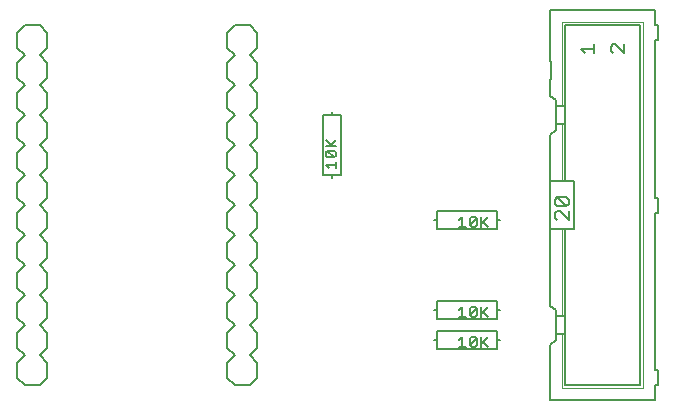
<source format=gto>
G75*
G70*
%OFA0B0*%
%FSLAX24Y24*%
%IPPOS*%
%LPD*%
%AMOC8*
5,1,8,0,0,1.08239X$1,22.5*
%
%ADD10C,0.0060*%
%ADD11C,0.0020*%
%ADD12C,0.0050*%
%ADD13C,0.0080*%
D10*
X012043Y008380D02*
X011930Y008493D01*
X012270Y008493D01*
X012270Y008380D02*
X012270Y008607D01*
X012213Y008748D02*
X011986Y008748D01*
X011930Y008805D01*
X011930Y008918D01*
X011986Y008975D01*
X012213Y008748D01*
X012270Y008805D01*
X012270Y008918D01*
X012213Y008975D01*
X011986Y008975D01*
X011930Y009117D02*
X012270Y009117D01*
X012157Y009117D02*
X011930Y009343D01*
X012100Y009173D02*
X012270Y009343D01*
X016375Y006657D02*
X016488Y006770D01*
X016488Y006430D01*
X016375Y006430D02*
X016602Y006430D01*
X016743Y006487D02*
X016970Y006714D01*
X016970Y006487D01*
X016914Y006430D01*
X016800Y006430D01*
X016743Y006487D01*
X016743Y006714D01*
X016800Y006770D01*
X016914Y006770D01*
X016970Y006714D01*
X017112Y006770D02*
X017112Y006430D01*
X017112Y006543D02*
X017339Y006770D01*
X017168Y006600D02*
X017339Y006430D01*
X019400Y006350D02*
X019800Y006350D01*
X019900Y006350D01*
X019900Y003450D01*
X019900Y002850D01*
X019800Y002850D01*
X019600Y002850D01*
X019600Y003450D01*
X019600Y003650D01*
X019400Y003800D01*
X019400Y006350D01*
X019400Y007950D01*
X019400Y009500D01*
X019600Y009650D01*
X019600Y009850D01*
X019600Y010450D01*
X019600Y010650D01*
X019400Y010800D01*
X019400Y011350D01*
X019450Y011350D01*
X019450Y011950D01*
X019400Y011950D01*
X019400Y013650D01*
X022900Y013650D01*
X022900Y013150D01*
X023000Y013150D01*
X023000Y012650D01*
X022900Y012650D01*
X022900Y007400D01*
X023000Y007400D01*
X023000Y006900D01*
X022900Y006900D01*
X022900Y001650D01*
X023000Y001650D01*
X023000Y001150D01*
X022900Y001150D01*
X022900Y000650D01*
X019400Y000650D01*
X019400Y002500D01*
X019600Y002650D01*
X019600Y002850D01*
X019900Y002850D02*
X019900Y001150D01*
X022400Y001150D01*
X022400Y013150D01*
X019900Y013150D01*
X019900Y010450D01*
X019900Y009850D01*
X019800Y009850D01*
X019600Y009850D01*
X019900Y009850D02*
X019900Y007950D01*
X019800Y007950D01*
X019400Y007950D01*
X019900Y007950D02*
X020200Y007950D01*
X020200Y006350D01*
X019900Y006350D01*
X017339Y003770D02*
X017112Y003543D01*
X017168Y003600D02*
X017339Y003430D01*
X017112Y003430D02*
X017112Y003770D01*
X016970Y003714D02*
X016743Y003487D01*
X016800Y003430D01*
X016914Y003430D01*
X016970Y003487D01*
X016970Y003714D01*
X016914Y003770D01*
X016800Y003770D01*
X016743Y003714D01*
X016743Y003487D01*
X016602Y003430D02*
X016375Y003430D01*
X016488Y003430D02*
X016488Y003770D01*
X016375Y003657D01*
X016488Y002770D02*
X016488Y002430D01*
X016375Y002430D02*
X016602Y002430D01*
X016743Y002487D02*
X016970Y002714D01*
X016970Y002487D01*
X016914Y002430D01*
X016800Y002430D01*
X016743Y002487D01*
X016743Y002714D01*
X016800Y002770D01*
X016914Y002770D01*
X016970Y002714D01*
X017112Y002770D02*
X017112Y002430D01*
X017112Y002543D02*
X017339Y002770D01*
X017168Y002600D02*
X017339Y002430D01*
X016488Y002770D02*
X016375Y002657D01*
X019600Y003450D02*
X019800Y003450D01*
X019900Y003450D01*
X019900Y010450D02*
X019800Y010450D01*
X019600Y010450D01*
D11*
X019800Y010450D02*
X019800Y013250D01*
X022500Y013250D01*
X022500Y001050D01*
X019800Y001050D01*
X019800Y002850D01*
X019800Y003450D02*
X019800Y006350D01*
X019800Y007950D02*
X019800Y009850D01*
D12*
X019650Y007415D02*
X019950Y007415D01*
X020025Y007340D01*
X020025Y007190D01*
X019950Y007115D01*
X019650Y007415D01*
X019575Y007340D01*
X019575Y007190D01*
X019650Y007115D01*
X019950Y007115D01*
X020025Y006954D02*
X020025Y006654D01*
X019725Y006954D01*
X019650Y006954D01*
X019575Y006879D01*
X019575Y006729D01*
X019650Y006654D01*
X020575Y012215D02*
X020425Y012365D01*
X020875Y012365D01*
X020875Y012215D02*
X020875Y012515D01*
X021425Y012440D02*
X021425Y012290D01*
X021500Y012215D01*
X021425Y012440D02*
X021500Y012515D01*
X021575Y012515D01*
X021875Y012215D01*
X021875Y012515D01*
D13*
X001900Y001150D02*
X001650Y001400D01*
X001650Y001900D01*
X001900Y002150D01*
X001650Y002400D01*
X001650Y002900D01*
X001900Y003150D01*
X001650Y003400D01*
X001650Y003900D01*
X001900Y004150D01*
X001650Y004400D01*
X001650Y004900D01*
X001900Y005150D01*
X001650Y005400D01*
X001650Y005900D01*
X001900Y006150D01*
X001650Y006400D01*
X001650Y006900D01*
X001900Y007150D01*
X001650Y007400D01*
X001650Y007900D01*
X001900Y008150D01*
X001650Y008400D01*
X001650Y008900D01*
X001900Y009150D01*
X001650Y009400D01*
X001650Y009900D01*
X001900Y010150D01*
X001650Y010400D01*
X001650Y010900D01*
X001900Y011150D01*
X001650Y011400D01*
X001650Y011900D01*
X001900Y012150D01*
X001650Y012400D01*
X001650Y012900D01*
X001900Y013150D01*
X002400Y013150D01*
X002650Y012900D01*
X002650Y012400D01*
X002400Y012150D01*
X002650Y011900D01*
X002650Y011400D01*
X002400Y011150D01*
X002650Y010900D01*
X002650Y010400D01*
X002400Y010150D01*
X002650Y009900D01*
X002650Y009400D01*
X002400Y009150D01*
X002650Y008900D01*
X002650Y008400D01*
X002400Y008150D01*
X002650Y007900D01*
X002650Y007400D01*
X002400Y007150D01*
X002650Y006900D01*
X002650Y006400D01*
X002400Y006150D01*
X002650Y005900D01*
X002650Y005400D01*
X002400Y005150D01*
X002650Y004900D01*
X002650Y004400D01*
X002400Y004150D01*
X002650Y003900D01*
X002650Y003400D01*
X002400Y003150D01*
X002650Y002900D01*
X002650Y002400D01*
X002400Y002150D01*
X002650Y001900D01*
X002650Y001400D01*
X002400Y001150D01*
X001900Y001150D01*
X008650Y001400D02*
X008900Y001150D01*
X009400Y001150D01*
X009650Y001400D01*
X009650Y001900D01*
X009400Y002150D01*
X009650Y002400D01*
X009650Y002900D01*
X009400Y003150D01*
X009650Y003400D01*
X009650Y003900D01*
X009400Y004150D01*
X009650Y004400D01*
X009650Y004900D01*
X009400Y005150D01*
X009650Y005400D01*
X009650Y005900D01*
X009400Y006150D01*
X009650Y006400D01*
X009650Y006900D01*
X009400Y007150D01*
X009650Y007400D01*
X009650Y007900D01*
X009400Y008150D01*
X009650Y008400D01*
X009650Y008900D01*
X009400Y009150D01*
X009650Y009400D01*
X009650Y009900D01*
X009400Y010150D01*
X009650Y010400D01*
X009650Y010900D01*
X009400Y011150D01*
X009650Y011400D01*
X009650Y011900D01*
X009400Y012150D01*
X009650Y012400D01*
X009650Y012900D01*
X009400Y013150D01*
X008900Y013150D01*
X008650Y012900D01*
X008650Y012400D01*
X008900Y012150D01*
X008650Y011900D01*
X008650Y011400D01*
X008900Y011150D01*
X008650Y010900D01*
X008650Y010400D01*
X008900Y010150D01*
X008650Y009900D01*
X008650Y009400D01*
X008900Y009150D01*
X008650Y008900D01*
X008650Y008400D01*
X008900Y008150D01*
X008650Y007900D01*
X008650Y007400D01*
X008900Y007150D01*
X008650Y006900D01*
X008650Y006400D01*
X008900Y006150D01*
X008650Y005900D01*
X008650Y005400D01*
X008900Y005150D01*
X008650Y004900D01*
X008650Y004400D01*
X008900Y004150D01*
X008650Y003900D01*
X008650Y003400D01*
X008900Y003150D01*
X008650Y002900D01*
X008650Y002400D01*
X008900Y002150D01*
X008650Y001900D01*
X008650Y001400D01*
X015550Y002650D02*
X015650Y002650D01*
X015650Y002950D01*
X017650Y002950D01*
X017650Y002650D01*
X017750Y002650D01*
X017650Y002650D02*
X017650Y002350D01*
X015650Y002350D01*
X015650Y002650D01*
X015650Y003350D02*
X015650Y003650D01*
X015550Y003650D01*
X015650Y003650D02*
X015650Y003950D01*
X017650Y003950D01*
X017650Y003650D01*
X017750Y003650D01*
X017650Y003650D02*
X017650Y003350D01*
X015650Y003350D01*
X015650Y006350D02*
X015650Y006650D01*
X015550Y006650D01*
X015650Y006650D02*
X015650Y006950D01*
X017650Y006950D01*
X017650Y006650D01*
X017750Y006650D01*
X017650Y006650D02*
X017650Y006350D01*
X015650Y006350D01*
X012450Y008150D02*
X012150Y008150D01*
X012150Y008050D01*
X012150Y008150D02*
X011850Y008150D01*
X011850Y010150D01*
X012150Y010150D01*
X012150Y010250D01*
X012150Y010150D02*
X012450Y010150D01*
X012450Y008150D01*
M02*

</source>
